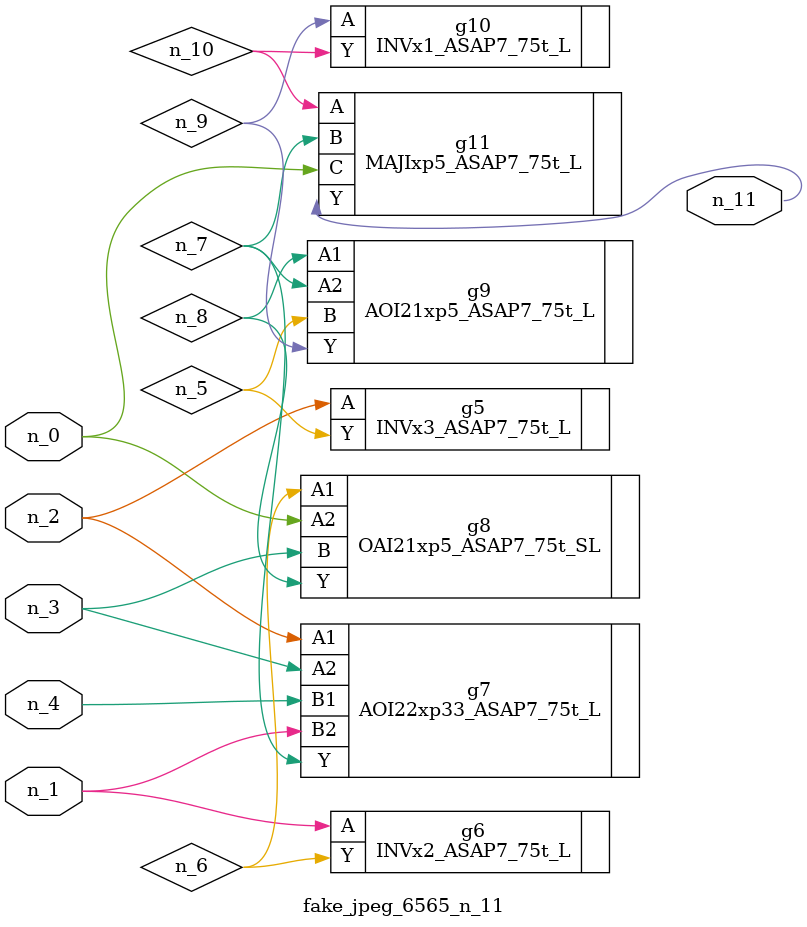
<source format=v>
module fake_jpeg_6565_n_11 (n_3, n_2, n_1, n_0, n_4, n_11);

input n_3;
input n_2;
input n_1;
input n_0;
input n_4;

output n_11;

wire n_10;
wire n_8;
wire n_9;
wire n_6;
wire n_5;
wire n_7;

INVx3_ASAP7_75t_L g5 ( 
.A(n_2),
.Y(n_5)
);

INVx2_ASAP7_75t_L g6 ( 
.A(n_1),
.Y(n_6)
);

AOI22xp33_ASAP7_75t_L g7 ( 
.A1(n_2),
.A2(n_3),
.B1(n_4),
.B2(n_1),
.Y(n_7)
);

OAI21xp5_ASAP7_75t_SL g8 ( 
.A1(n_6),
.A2(n_0),
.B(n_3),
.Y(n_8)
);

AOI21xp5_ASAP7_75t_L g9 ( 
.A1(n_8),
.A2(n_7),
.B(n_5),
.Y(n_9)
);

INVx1_ASAP7_75t_L g10 ( 
.A(n_9),
.Y(n_10)
);

MAJIxp5_ASAP7_75t_L g11 ( 
.A(n_10),
.B(n_7),
.C(n_0),
.Y(n_11)
);


endmodule
</source>
